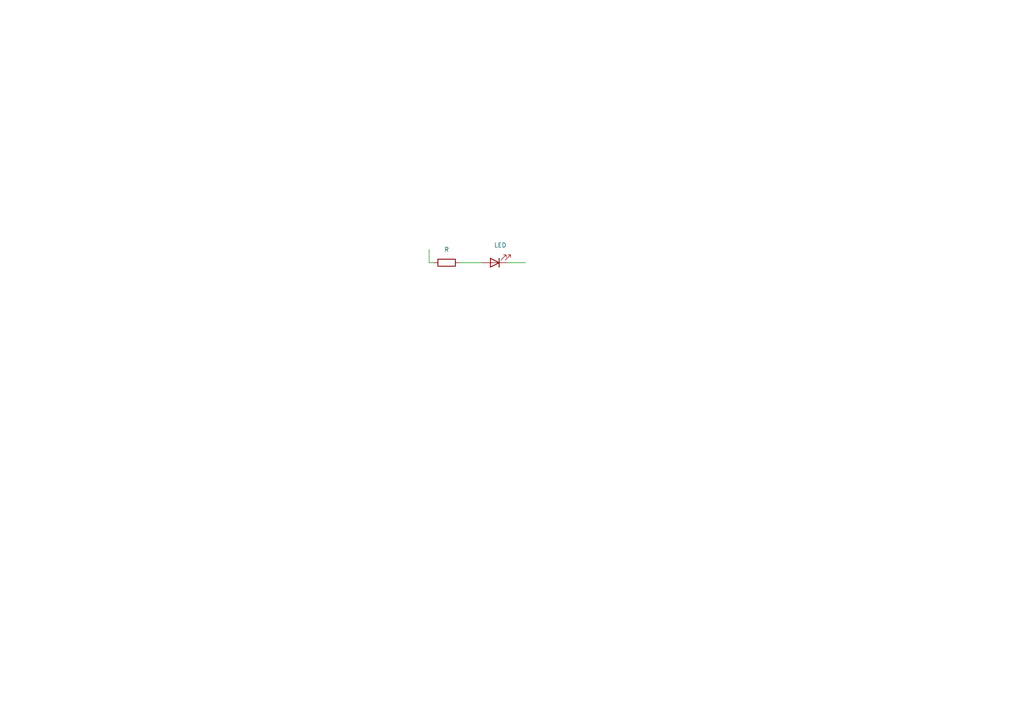
<source format=kicad_sch>
(kicad_sch (version 20211123) (generator eeschema)
  (paper "A4")
  (lib_symbols
    (symbol "Device:LED" (pin_numbers hide) (pin_names (offset 1.016) hide)
      (property "Reference" "D" (at 0 2.54 0))
      (property "Value" "LED" (at 0 -2.54 0))
      (symbol "LED_0_1"
        (polyline (pts (xy -1.27 -1.27) (xy -1.27 1.27)) (stroke (width 0.254)))
        (polyline (pts (xy -1.27 0) (xy 1.27 0)))
        (polyline (pts (xy 1.27 -1.27) (xy 1.27 1.27) (xy -1.27 0) (xy 1.27 -1.27)) (stroke (width 0.254)))
        (polyline (pts (xy -3.048 -0.762) (xy -4.572 -2.286) (xy -3.81 -2.286) (xy -4.572 -2.286) (xy -4.572 -1.524)))
        (polyline (pts (xy -1.778 -0.762) (xy -3.302 -2.286) (xy -2.54 -2.286) (xy -3.302 -2.286) (xy -3.302 -1.524)))
      )
      (symbol "LED_1_1"
        (pin passive line (at -3.81 0 0) (length 2.54) (name "K") (number "1"))
        (pin passive line (at 3.81 0 180) (length 2.54) (name "A") (number "2"))
      )
    )
    (symbol "Device:R" (pin_numbers hide) (pin_names (offset 0))
      (property "Reference" "R" (at 2.032 0 90))
      (property "Value" "R" (at 0 0 90))
      (symbol "R_0_1"
        (rectangle (start -1.016 -2.54) (end 1.016 2.54) (stroke (width 0.254)))
      )
      (symbol "R_1_1"
        (pin passive line (at 0 3.81 270) (length 1.27) (name "~") (number "1"))
        (pin passive line (at 0 -3.81 90) (length 1.27) (name "~") (number "2"))
      )
    )
  )
  (wire (pts (xy 147.32 76.2) (xy 152.4 76.2)))
  (wire (pts (xy 133.35 76.2) (xy 139.7 76.2)))
  (wire (pts (xy 124.46 72.39) (xy 124.46 76.2)))
  (wire (pts (xy 125.73 76.2) (xy 124.46 76.2)))
  (symbol (lib_id "Device:R") (at 129.54 76.2 90) (unit 1)
    (property "Reference" "941,2" (effects hide))
    (property "Value" "R" (at 129.54 72.39 90))
  )
  (symbol (lib_id "Device:LED") (at 143.51 76.2 180) (unit 1)
    (property "Reference" "D" (effects hide))
    (property "Value" "LED" (at 145.0975 71.12 0))
  )
)
</source>
